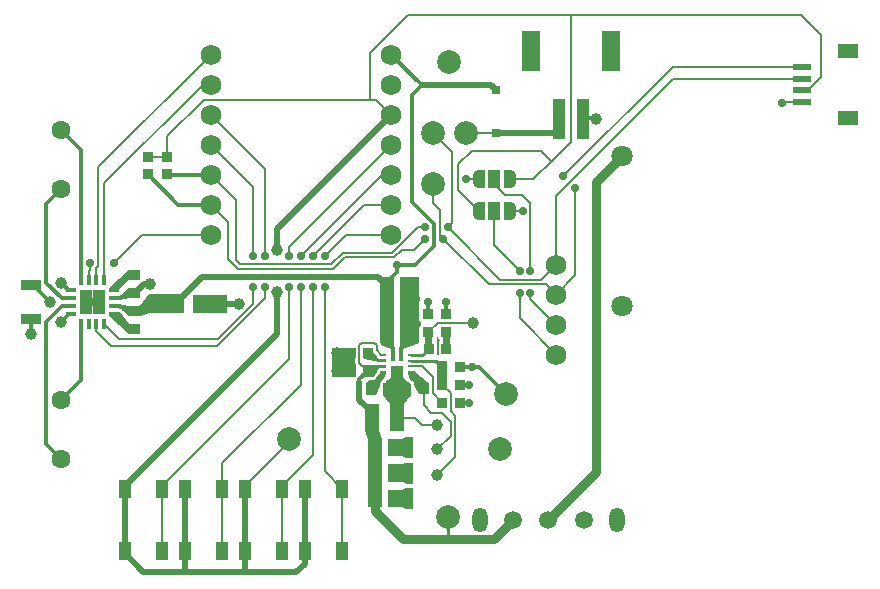
<source format=gbr>
%TF.GenerationSoftware,KiCad,Pcbnew,7.0.8*%
%TF.CreationDate,2023-11-01T10:57:13-04:00*%
%TF.ProjectId,destinationAutomation_v4.5,64657374-696e-4617-9469-6f6e4175746f,04.5*%
%TF.SameCoordinates,Original*%
%TF.FileFunction,Copper,L1,Top*%
%TF.FilePolarity,Positive*%
%FSLAX46Y46*%
G04 Gerber Fmt 4.6, Leading zero omitted, Abs format (unit mm)*
G04 Created by KiCad (PCBNEW 7.0.8) date 2023-11-01 10:57:13*
%MOMM*%
%LPD*%
G01*
G04 APERTURE LIST*
G04 Aperture macros list*
%AMFreePoly0*
4,1,19,0.550000,-0.750000,0.000000,-0.750000,0.000000,-0.744911,-0.071157,-0.744911,-0.207708,-0.704816,-0.327430,-0.627875,-0.420627,-0.520320,-0.479746,-0.390866,-0.500000,-0.250000,-0.500000,0.250000,-0.479746,0.390866,-0.420627,0.520320,-0.327430,0.627875,-0.207708,0.704816,-0.071157,0.744911,0.000000,0.744911,0.000000,0.750000,0.550000,0.750000,0.550000,-0.750000,0.550000,-0.750000,
$1*%
%AMFreePoly1*
4,1,19,0.000000,0.744911,0.071157,0.744911,0.207708,0.704816,0.327430,0.627875,0.420627,0.520320,0.479746,0.390866,0.500000,0.250000,0.500000,-0.250000,0.479746,-0.390866,0.420627,-0.520320,0.327430,-0.627875,0.207708,-0.704816,0.071157,-0.744911,0.000000,-0.744911,0.000000,-0.750000,-0.550000,-0.750000,-0.550000,0.750000,0.000000,0.750000,0.000000,0.744911,0.000000,0.744911,
$1*%
%AMFreePoly2*
4,1,9,-0.250000,0.372500,0.250000,0.372500,0.250000,0.750000,0.500000,0.750000,0.500000,-0.250000,-0.500000,-0.250000,-0.500000,0.750000,-0.250000,0.750000,-0.250000,0.372500,-0.250000,0.372500,$1*%
G04 Aperture macros list end*
%TA.AperFunction,SMDPad,CuDef*%
%ADD10R,1.000000X1.550000*%
%TD*%
%TA.AperFunction,SMDPad,CuDef*%
%ADD11R,0.820000X0.929000*%
%TD*%
%TA.AperFunction,SMDPad,CuDef*%
%ADD12R,0.970000X0.871000*%
%TD*%
%TA.AperFunction,SMDPad,CuDef*%
%ADD13R,0.871000X0.970000*%
%TD*%
%TA.AperFunction,SMDPad,CuDef*%
%ADD14FreePoly0,180.000000*%
%TD*%
%TA.AperFunction,SMDPad,CuDef*%
%ADD15R,1.000000X1.500000*%
%TD*%
%TA.AperFunction,SMDPad,CuDef*%
%ADD16FreePoly1,180.000000*%
%TD*%
%TA.AperFunction,ComponentPad*%
%ADD17C,2.000000*%
%TD*%
%TA.AperFunction,ComponentPad*%
%ADD18O,1.300000X2.100000*%
%TD*%
%TA.AperFunction,ComponentPad*%
%ADD19C,1.500000*%
%TD*%
%TA.AperFunction,SMDPad,CuDef*%
%ADD20R,1.500000X3.400000*%
%TD*%
%TA.AperFunction,SMDPad,CuDef*%
%ADD21R,1.000000X3.500000*%
%TD*%
%TA.AperFunction,SMDPad,CuDef*%
%ADD22C,2.000000*%
%TD*%
%TA.AperFunction,ComponentPad*%
%ADD23C,1.750000*%
%TD*%
%TA.AperFunction,SMDPad,CuDef*%
%ADD24R,1.115000X1.465000*%
%TD*%
%TA.AperFunction,SMDPad,CuDef*%
%ADD25C,1.000000*%
%TD*%
%TA.AperFunction,SMDPad,CuDef*%
%ADD26R,0.790000X0.760000*%
%TD*%
%TA.AperFunction,SMDPad,CuDef*%
%ADD27R,0.929000X0.820000*%
%TD*%
%TA.AperFunction,SMDPad,CuDef*%
%ADD28R,2.914000X1.579000*%
%TD*%
%TA.AperFunction,SMDPad,CuDef*%
%ADD29R,1.800000X1.200000*%
%TD*%
%TA.AperFunction,SMDPad,CuDef*%
%ADD30R,1.550000X0.600000*%
%TD*%
%TA.AperFunction,ComponentPad*%
%ADD31C,1.600000*%
%TD*%
%TA.AperFunction,SMDPad,CuDef*%
%ADD32R,0.550000X0.250000*%
%TD*%
%TA.AperFunction,SMDPad,CuDef*%
%ADD33R,0.350000X1.000000*%
%TD*%
%TA.AperFunction,SMDPad,CuDef*%
%ADD34FreePoly2,180.000000*%
%TD*%
%TA.AperFunction,SMDPad,CuDef*%
%ADD35R,1.700000X0.900000*%
%TD*%
%TA.AperFunction,SMDPad,CuDef*%
%ADD36FreePoly0,0.000000*%
%TD*%
%TA.AperFunction,SMDPad,CuDef*%
%ADD37FreePoly1,0.000000*%
%TD*%
%TA.AperFunction,SMDPad,CuDef*%
%ADD38R,0.906000X0.337000*%
%TD*%
%TA.AperFunction,SMDPad,CuDef*%
%ADD39R,0.337000X0.906000*%
%TD*%
%TA.AperFunction,SMDPad,CuDef*%
%ADD40R,1.050000X1.050000*%
%TD*%
%TA.AperFunction,SMDPad,CuDef*%
%ADD41R,1.185000X2.215000*%
%TD*%
%TA.AperFunction,ComponentPad*%
%ADD42C,1.800000*%
%TD*%
%TA.AperFunction,ViaPad*%
%ADD43C,1.000000*%
%TD*%
%TA.AperFunction,ViaPad*%
%ADD44C,0.700000*%
%TD*%
%TA.AperFunction,Conductor*%
%ADD45C,0.200000*%
%TD*%
%TA.AperFunction,Conductor*%
%ADD46C,0.300000*%
%TD*%
%TA.AperFunction,Conductor*%
%ADD47C,0.750000*%
%TD*%
%TA.AperFunction,Conductor*%
%ADD48C,0.500000*%
%TD*%
%TA.AperFunction,Conductor*%
%ADD49C,0.600000*%
%TD*%
%TA.AperFunction,Conductor*%
%ADD50C,0.250000*%
%TD*%
G04 APERTURE END LIST*
D10*
%TO.P,SW5,1*%
%TO.N,+3V3*%
X110795000Y-129625000D03*
%TO.P,SW5,2*%
X110795000Y-124375000D03*
%TO.P,SW5,3*%
%TO.N,/SW5*%
X113995000Y-129625000D03*
%TO.P,SW5,4*%
X113995000Y-124375000D03*
%TD*%
D11*
%TO.P,R1,1*%
%TO.N,+5V*%
X123945000Y-114046000D03*
%TO.P,R1,2*%
%TO.N,/FB*%
X122435000Y-114046000D03*
%TD*%
%TO.P,R3,1*%
%TO.N,/COMP*%
X121292000Y-112522000D03*
%TO.P,R3,2*%
%TO.N,Net-(C7-Pad1)*%
X122802000Y-112522000D03*
%TD*%
D12*
%TO.P,C12,1*%
%TO.N,+5V*%
X96393000Y-109359000D03*
%TO.P,C12,2*%
%TO.N,Net-(U3-VCP)*%
X96393000Y-110859000D03*
%TD*%
%TO.P,C14,1*%
%TO.N,Net-(U3-VINT)*%
X96393000Y-106311000D03*
%TO.P,C14,2*%
%TO.N,GND*%
X96393000Y-107811000D03*
%TD*%
D13*
%TO.P,C4,1*%
%TO.N,VCC*%
X116193000Y-114427000D03*
%TO.P,C4,2*%
%TO.N,GND*%
X114693000Y-114427000D03*
%TD*%
D14*
%TO.P,JP2,1,A*%
%TO.N,+3V3*%
X128173000Y-98171000D03*
D15*
%TO.P,JP2,2,C*%
%TO.N,/OLED2*%
X126873000Y-98171000D03*
D16*
%TO.P,JP2,3,B*%
%TO.N,GND*%
X125573000Y-98171000D03*
%TD*%
D17*
%TO.P,TP12,1,1*%
%TO.N,GND*%
X127381000Y-121031000D03*
%TD*%
D12*
%TO.P,C7,1*%
%TO.N,Net-(C7-Pad1)*%
X122809000Y-111113000D03*
%TO.P,C7,2*%
%TO.N,GND*%
X122809000Y-109613000D03*
%TD*%
D18*
%TO.P,SW1,*%
%TO.N,*%
X125645000Y-127000000D03*
X137245000Y-127000000D03*
D19*
%TO.P,SW1,1,A*%
%TO.N,VCC*%
X128445000Y-127000000D03*
%TO.P,SW1,2,B*%
%TO.N,Net-(J1-Pin_1)*%
X131445000Y-127000000D03*
%TO.P,SW1,3,C*%
%TO.N,unconnected-(SW1-C-Pad3)*%
X134445000Y-127000000D03*
%TD*%
D13*
%TO.P,C6,1*%
%TO.N,Net-(U2-VCC)*%
X122440000Y-117094000D03*
%TO.P,C6,2*%
%TO.N,GND*%
X123940000Y-117094000D03*
%TD*%
D12*
%TO.P,C8,1*%
%TO.N,/COMP*%
X121285000Y-111113000D03*
%TO.P,C8,2*%
%TO.N,GND*%
X121285000Y-109613000D03*
%TD*%
D20*
%TO.P,J2,*%
%TO.N,*%
X136700000Y-87331000D03*
X130000000Y-87331000D03*
D21*
%TO.P,J2,1,Pin_1*%
%TO.N,GND*%
X134350000Y-93081000D03*
%TO.P,J2,2,Pin_2*%
%TO.N,/Vout_D*%
X132350000Y-93081000D03*
%TD*%
D22*
%TO.P,TP4,1,1*%
%TO.N,/Vout_D*%
X124460000Y-94234000D03*
%TD*%
D23*
%TO.P,U1,1,D0*%
%TO.N,/M1_IN2*%
X102870000Y-87630000D03*
%TO.P,U1,2,D1*%
%TO.N,/M1_IN1*%
X102870000Y-90170000D03*
%TO.P,U1,3,D2*%
%TO.N,/M2_IN1*%
X102870000Y-92710000D03*
%TO.P,U1,4,D3*%
%TO.N,/M2_IN2*%
X102870000Y-95250000D03*
%TO.P,U1,5,SDA*%
%TO.N,/SDA*%
X102870000Y-97790000D03*
%TO.P,U1,6,SCL*%
%TO.N,/SCL*%
X102870000Y-100330000D03*
%TO.P,U1,7,D6*%
%TO.N,/DRV_SLEEP*%
X102870000Y-102870000D03*
%TO.P,U1,8,D7*%
%TO.N,/SW5*%
X118110000Y-102870000D03*
%TO.P,U1,9,SCK*%
%TO.N,/SW4*%
X118110000Y-100330000D03*
%TO.P,U1,10,MISO*%
%TO.N,/SW3*%
X118110000Y-97790000D03*
%TO.P,U1,11,MOSI*%
%TO.N,/SW2*%
X118110000Y-95250000D03*
%TO.P,U1,12,3V3*%
%TO.N,+3V3*%
X118110000Y-92710000D03*
%TO.P,U1,13,GND*%
%TO.N,GND*%
X118110000Y-90170000D03*
%TO.P,U1,14,VIN*%
%TO.N,+5V*%
X118110000Y-87630000D03*
%TD*%
D24*
%TO.P,C9,1*%
%TO.N,+5V*%
X117768000Y-111506000D03*
%TO.P,C9,2*%
%TO.N,GND*%
X119468000Y-111506000D03*
%TD*%
D22*
%TO.P,TP3,1,1*%
%TO.N,+3V3*%
X109474000Y-120142000D03*
%TD*%
D24*
%TO.P,C3,1*%
%TO.N,VCC*%
X116752000Y-125222000D03*
%TO.P,C3,2*%
%TO.N,GND*%
X118452000Y-125222000D03*
%TD*%
D22*
%TO.P,TP6,1,1*%
%TO.N,/SCL*%
X121666000Y-98552000D03*
%TD*%
D11*
%TO.P,R4,1*%
%TO.N,/ILIM*%
X116198000Y-112903000D03*
%TO.P,R4,2*%
%TO.N,GND*%
X114688000Y-112903000D03*
%TD*%
%TO.P,R5,1*%
%TO.N,/SW*%
X119387000Y-115951000D03*
%TO.P,R5,2*%
%TO.N,/FSW*%
X120897000Y-115951000D03*
%TD*%
D25*
%TO.P,TP7,1,1*%
%TO.N,/SW*%
X122047000Y-118999000D03*
%TD*%
%TO.P,TP9,1,1*%
%TO.N,/FB*%
X122047000Y-123190000D03*
%TD*%
D24*
%TO.P,C1,1*%
%TO.N,VCC*%
X116752000Y-120904000D03*
%TO.P,C1,2*%
%TO.N,GND*%
X118452000Y-120904000D03*
%TD*%
D22*
%TO.P,TP5,1,1*%
%TO.N,/SDA*%
X121666000Y-94234000D03*
%TD*%
D26*
%TO.P,D2,1,K*%
%TO.N,/Vout_D*%
X127000000Y-94234000D03*
%TO.P,D2,2,A*%
%TO.N,+5V*%
X127000000Y-90624000D03*
%TD*%
D27*
%TO.P,R7,1*%
%TO.N,+3V3*%
X97536000Y-96273000D03*
%TO.P,R7,2*%
%TO.N,/SCL*%
X97536000Y-97783000D03*
%TD*%
D10*
%TO.P,SW2,1*%
%TO.N,+3V3*%
X95555000Y-129625000D03*
%TO.P,SW2,2*%
X95555000Y-124375000D03*
%TO.P,SW2,3*%
%TO.N,/SW2*%
X98755000Y-129625000D03*
%TO.P,SW2,4*%
X98755000Y-124375000D03*
%TD*%
D28*
%TO.P,C13,1*%
%TO.N,+5V*%
X99116000Y-108712000D03*
%TO.P,C13,2*%
%TO.N,GND*%
X102814000Y-108712000D03*
%TD*%
D25*
%TO.P,TP8,1,1*%
%TO.N,/FSW*%
X122047000Y-121031000D03*
%TD*%
D29*
%TO.P,J3,*%
%TO.N,*%
X156815000Y-92970000D03*
X156815000Y-87370000D03*
D30*
%TO.P,J3,1,Pin_1*%
%TO.N,GND*%
X152940000Y-91670000D03*
%TO.P,J3,2,Pin_2*%
%TO.N,+3V3*%
X152940000Y-90670000D03*
%TO.P,J3,3,Pin_3*%
%TO.N,/SDA*%
X152940000Y-89670000D03*
%TO.P,J3,4,Pin_4*%
%TO.N,/SCL*%
X152940000Y-88670000D03*
%TD*%
D31*
%TO.P,J5,1,Pin_1*%
%TO.N,/M2_OUT1*%
X90170000Y-116880000D03*
%TO.P,J5,2,Pin_2*%
%TO.N,/M2_OUT2*%
X90170000Y-121880000D03*
%TD*%
D22*
%TO.P,TP2,1,1*%
%TO.N,VCC*%
X122936000Y-126746000D03*
%TD*%
D32*
%TO.P,U2,1,FSW*%
%TO.N,/FSW*%
X119793000Y-114542000D03*
%TO.P,U2,2,VCC*%
%TO.N,Net-(U2-VCC)*%
X119793000Y-114042000D03*
%TO.P,U2,3,FB*%
%TO.N,/FB*%
X119793000Y-113542000D03*
%TO.P,U2,4,COMP*%
%TO.N,/COMP*%
X119793000Y-113042000D03*
D33*
%TO.P,U2,5,GND*%
%TO.N,GND*%
X118968000Y-113092000D03*
%TO.P,U2,6,VOUT*%
%TO.N,+5V*%
X118268000Y-113092000D03*
D32*
%TO.P,U2,7,EN*%
%TO.N,VCC*%
X117443000Y-113042000D03*
%TO.P,U2,8,ILIM*%
%TO.N,/ILIM*%
X117443000Y-113542000D03*
%TO.P,U2,9,VIN*%
%TO.N,VCC*%
X117443000Y-114042000D03*
%TO.P,U2,10,BOOT*%
%TO.N,Net-(U2-BOOT)*%
X117443000Y-114542000D03*
D34*
%TO.P,U2,11,SW*%
%TO.N,/SW*%
X118618000Y-114242000D03*
%TD*%
D35*
%TO.P,R6,1*%
%TO.N,Net-(U3-AISEN)*%
X87630000Y-107135000D03*
%TO.P,R6,2*%
%TO.N,GND*%
X87630000Y-110035000D03*
%TD*%
D10*
%TO.P,SW4,1*%
%TO.N,+3V3*%
X105715000Y-129625000D03*
%TO.P,SW4,2*%
X105715000Y-124375000D03*
%TO.P,SW4,3*%
%TO.N,/SW4*%
X108915000Y-129625000D03*
%TO.P,SW4,4*%
X108915000Y-124375000D03*
%TD*%
%TO.P,SW3,1*%
%TO.N,+3V3*%
X100635000Y-129625000D03*
%TO.P,SW3,2*%
X100635000Y-124375000D03*
%TO.P,SW3,3*%
%TO.N,/SW3*%
X103835000Y-129625000D03*
%TO.P,SW3,4*%
X103835000Y-124375000D03*
%TD*%
D22*
%TO.P,TP1,1,1*%
%TO.N,+5V*%
X127889000Y-116332000D03*
%TD*%
D24*
%TO.P,C10,1*%
%TO.N,+5V*%
X117768000Y-109347000D03*
%TO.P,C10,2*%
%TO.N,GND*%
X119468000Y-109347000D03*
%TD*%
D27*
%TO.P,R8,1*%
%TO.N,+3V3*%
X99187000Y-96273000D03*
%TO.P,R8,2*%
%TO.N,/SDA*%
X99187000Y-97783000D03*
%TD*%
D13*
%TO.P,C5,1*%
%TO.N,/SW*%
X117906000Y-115951000D03*
%TO.P,C5,2*%
%TO.N,Net-(U2-BOOT)*%
X116406000Y-115951000D03*
%TD*%
D36*
%TO.P,JP1,1,A*%
%TO.N,+3V3*%
X125573000Y-100838000D03*
D15*
%TO.P,JP1,2,C*%
%TO.N,/OLED1*%
X126873000Y-100838000D03*
D37*
%TO.P,JP1,3,B*%
%TO.N,GND*%
X128173000Y-100838000D03*
%TD*%
D31*
%TO.P,J4,1,Pin_1*%
%TO.N,/M1_OUT1*%
X90170000Y-94020000D03*
%TO.P,J4,2,Pin_2*%
%TO.N,/M1_OUT2*%
X90170000Y-99020000D03*
%TD*%
D24*
%TO.P,C11,1*%
%TO.N,+5V*%
X117768000Y-107188000D03*
%TO.P,C11,2*%
%TO.N,GND*%
X119468000Y-107188000D03*
%TD*%
D23*
%TO.P,U7,1,VCC*%
%TO.N,/OLED1*%
X132080000Y-113030000D03*
%TO.P,U7,2,GND*%
%TO.N,/OLED2*%
X132080000Y-110490000D03*
%TO.P,U7,3,SCL*%
%TO.N,/SCL*%
X132080000Y-107950000D03*
%TO.P,U7,4,SDA*%
%TO.N,/SDA*%
X132080000Y-105410000D03*
%TD*%
D38*
%TO.P,U3,1,AISEN*%
%TO.N,Net-(U3-AISEN)*%
X91005000Y-107610000D03*
%TO.P,U3,2,AOUT2*%
%TO.N,/M1_OUT2*%
X91005000Y-108260000D03*
%TO.P,U3,3,BOUT2*%
%TO.N,/M2_OUT2*%
X91005000Y-108910000D03*
%TO.P,U3,4,BISEN*%
%TO.N,Net-(U3-AISEN)*%
X91005000Y-109560000D03*
D39*
%TO.P,U3,5,BOUT1*%
%TO.N,/M2_OUT1*%
X91862000Y-110417000D03*
%TO.P,U3,6,nFAULT*%
%TO.N,unconnected-(U3-nFAULT-Pad6)*%
X92512000Y-110417000D03*
%TO.P,U3,7,BIN1*%
%TO.N,/M2_IN1*%
X93162000Y-110417000D03*
%TO.P,U3,8,BIN2*%
%TO.N,/M2_IN2*%
X93812000Y-110417000D03*
D38*
%TO.P,U3,9,VCP*%
%TO.N,Net-(U3-VCP)*%
X94669000Y-109560000D03*
%TO.P,U3,10,VM*%
%TO.N,+5V*%
X94669000Y-108910000D03*
%TO.P,U3,11,GND*%
%TO.N,GND*%
X94669000Y-108260000D03*
%TO.P,U3,12,VINT*%
%TO.N,Net-(U3-VINT)*%
X94669000Y-107610000D03*
D39*
%TO.P,U3,13,AIN2*%
%TO.N,/M1_IN1*%
X93812000Y-106753000D03*
%TO.P,U3,14,AIN1*%
%TO.N,/M1_IN2*%
X93162000Y-106753000D03*
%TO.P,U3,15,nSLEEP*%
%TO.N,/DRV_SLEEP*%
X92512000Y-106753000D03*
%TO.P,U3,16,AOUT1*%
%TO.N,/M1_OUT1*%
X91862000Y-106753000D03*
D40*
%TO.P,U3,17,PPAD*%
%TO.N,GND*%
X93362000Y-108060000D03*
X92312000Y-108060000D03*
X93362000Y-109110000D03*
X92312000Y-109110000D03*
%TD*%
D25*
%TO.P,TP10,1,1*%
%TO.N,/COMP*%
X125095000Y-110363000D03*
%TD*%
D17*
%TO.P,TP11,1,1*%
%TO.N,GND*%
X123063000Y-88265000D03*
%TD*%
D24*
%TO.P,C2,1*%
%TO.N,VCC*%
X116752000Y-123063000D03*
%TO.P,C2,2*%
%TO.N,GND*%
X118452000Y-123063000D03*
%TD*%
D11*
%TO.P,R2,1*%
%TO.N,/FB*%
X122435000Y-115570000D03*
%TO.P,R2,2*%
%TO.N,GND*%
X123945000Y-115570000D03*
%TD*%
D41*
%TO.P,L1,1*%
%TO.N,VCC*%
X116488000Y-118364000D03*
%TO.P,L1,2*%
%TO.N,/SW*%
X118618000Y-118364000D03*
%TD*%
D42*
%TO.P,J1,1,Pin_1*%
%TO.N,Net-(J1-Pin_1)*%
X137709000Y-96200000D03*
%TO.P,J1,2,Pin_2*%
%TO.N,GND*%
X137709000Y-108900000D03*
%TD*%
D43*
%TO.N,GND*%
X97726500Y-107061000D03*
X113538000Y-114427000D03*
D44*
X120281700Y-110426500D03*
D43*
X105219500Y-108712000D03*
X113538000Y-112903000D03*
D44*
X93472000Y-107950000D03*
X119634000Y-123571000D03*
X124714000Y-117094000D03*
X120269000Y-108292900D03*
X119634000Y-121412000D03*
X119634000Y-125730000D03*
D43*
X135509000Y-93091000D03*
D44*
X119634000Y-120396000D03*
X122809000Y-108585000D03*
X124714000Y-115570000D03*
X129271500Y-100838000D03*
X92202000Y-109220000D03*
X121285000Y-108585000D03*
D43*
X87630000Y-111252000D03*
D44*
X92202000Y-107950000D03*
X92837000Y-108585000D03*
X124460000Y-98171000D03*
X119634000Y-124714000D03*
X151257000Y-91694000D03*
X93472000Y-109220000D03*
X119634000Y-122555000D03*
%TO.N,+5V*%
X124968000Y-114046000D03*
X118642629Y-105411421D03*
D43*
%TO.N,+3V3*%
X108457765Y-104140000D03*
X108458000Y-107696000D03*
D44*
%TO.N,/OLED1*%
X129021497Y-107823000D03*
X129021497Y-105918000D03*
%TO.N,/OLED2*%
X129921000Y-105918000D03*
X129921000Y-107823000D03*
%TO.N,/SW2*%
X109474000Y-104648000D03*
X109474000Y-107315000D03*
%TO.N,/SW4*%
X111506000Y-104648000D03*
X111506000Y-107315000D03*
D43*
%TO.N,Net-(U3-AISEN)*%
X90170000Y-106934000D03*
X90170000Y-110236000D03*
X89281000Y-108585000D03*
D44*
%TO.N,/M2_IN1*%
X107442000Y-104648000D03*
X107442000Y-107315000D03*
%TO.N,/M2_IN2*%
X106426000Y-107315000D03*
X106426000Y-104648000D03*
%TO.N,/DRV_SLEEP*%
X94640400Y-105283000D03*
X92659200Y-105283000D03*
%TO.N,/SW3*%
X110490000Y-104648000D03*
X110490000Y-107315000D03*
%TO.N,/SW5*%
X112522000Y-107315000D03*
X112522000Y-104648000D03*
%TO.N,/SDA*%
X122936000Y-102235000D03*
X121031000Y-102235000D03*
%TO.N,/SCL*%
X132715000Y-97917000D03*
X133731000Y-98933000D03*
X121031000Y-103251000D03*
X122555000Y-103251000D03*
%TD*%
D45*
%TO.N,VCC*%
X116910500Y-112211500D02*
X116713000Y-112014000D01*
X115688000Y-112014000D02*
X115440000Y-112262000D01*
X117270000Y-113042000D02*
X116910500Y-112682500D01*
D46*
X115443000Y-115127000D02*
X115443000Y-115362000D01*
D45*
X116713000Y-112014000D02*
X115688000Y-112014000D01*
D47*
X119098717Y-128623717D02*
X122936000Y-128623717D01*
D48*
X115443000Y-116840000D02*
X116488000Y-117885000D01*
D49*
X116488000Y-118364000D02*
X116488000Y-117885000D01*
D45*
X117443000Y-113042000D02*
X117270000Y-113042000D01*
D48*
X115443000Y-115362000D02*
X115443000Y-116840000D01*
D46*
X115443000Y-115127000D02*
X116143000Y-114427000D01*
D47*
X116752000Y-126277000D02*
X119098717Y-128623717D01*
D50*
X122936000Y-126746000D02*
X122936000Y-128623717D01*
D45*
X115440000Y-113724000D02*
X116143000Y-114427000D01*
D47*
X116752000Y-125222000D02*
X116752000Y-126277000D01*
X122936000Y-128623717D02*
X126821283Y-128623717D01*
X126821283Y-128623717D02*
X128445000Y-127000000D01*
D45*
X115440000Y-112262000D02*
X115440000Y-113724000D01*
X116910500Y-112682500D02*
X116910500Y-112211500D01*
D46*
%TO.N,GND*%
X135438000Y-93020000D02*
X134350000Y-93020000D01*
D48*
X97726500Y-107061000D02*
X97220000Y-107061000D01*
D46*
X87630000Y-111252000D02*
X87630000Y-110035000D01*
D45*
X152940000Y-91670000D02*
X151281000Y-91670000D01*
D50*
X123763000Y-117094000D02*
X124714000Y-117094000D01*
D48*
X102814000Y-108712000D02*
X105219500Y-108712000D01*
X97220000Y-107061000D02*
X96393000Y-107888000D01*
D45*
X151281000Y-91670000D02*
X151257000Y-91694000D01*
D46*
X122809000Y-109663000D02*
X122809000Y-108585000D01*
D45*
X128173000Y-100838000D02*
X129271500Y-100838000D01*
X125573000Y-98171000D02*
X124460000Y-98171000D01*
D50*
X123813000Y-115570000D02*
X124714000Y-115570000D01*
D46*
X135509000Y-93091000D02*
X135438000Y-93020000D01*
X121285000Y-109663000D02*
X121285000Y-108585000D01*
%TO.N,+5V*%
X119888000Y-91033600D02*
X120700800Y-90220800D01*
X125603000Y-114046000D02*
X127889000Y-116332000D01*
X118642629Y-105411421D02*
X118644050Y-105410000D01*
X119888000Y-100102050D02*
X119888000Y-91033600D01*
X118642629Y-106020371D02*
X117768000Y-106895000D01*
D48*
X120700800Y-90220800D02*
X126596800Y-90220800D01*
D46*
X99758500Y-108712000D02*
X99116000Y-108712000D01*
X121731000Y-103821000D02*
X121731000Y-101945050D01*
X117768000Y-106895000D02*
X117768000Y-107188000D01*
X124968000Y-114046000D02*
X123945000Y-114046000D01*
D48*
X117006000Y-106426000D02*
X117768000Y-107188000D01*
X99116000Y-108712000D02*
X99822000Y-108712000D01*
X102108000Y-106426000D02*
X117006000Y-106426000D01*
X126596800Y-90220800D02*
X127000000Y-90624000D01*
D46*
X120142000Y-105410000D02*
X121731000Y-103821000D01*
X121731000Y-101945050D02*
X119888000Y-100102050D01*
X118642629Y-105411421D02*
X118642629Y-106020371D01*
X124968000Y-114046000D02*
X125603000Y-114046000D01*
X118110000Y-87630000D02*
X120700800Y-90220800D01*
X118644050Y-105410000D02*
X120142000Y-105410000D01*
D48*
X99822000Y-108712000D02*
X102108000Y-106426000D01*
%TO.N,+3V3*%
X97155000Y-131445000D02*
X100584000Y-131445000D01*
D45*
X99187000Y-94541299D02*
X102288299Y-91440000D01*
X133223000Y-84279000D02*
X119556000Y-84279000D01*
D48*
X110795000Y-130759000D02*
X110795000Y-129625000D01*
X100635000Y-124375000D02*
X100635000Y-129625000D01*
D45*
X116332000Y-91440000D02*
X116840000Y-91440000D01*
X153451198Y-90670000D02*
X154559000Y-89562198D01*
D48*
X100635000Y-129625000D02*
X100635000Y-131394000D01*
X110795000Y-124375000D02*
X110795000Y-129625000D01*
D45*
X102288299Y-91440000D02*
X116332000Y-91440000D01*
X116840000Y-91440000D02*
X118110000Y-92710000D01*
D48*
X108457765Y-104140000D02*
X108457765Y-102362235D01*
D45*
X131826000Y-96520000D02*
X130175000Y-98171000D01*
D48*
X108458000Y-107696000D02*
X108458000Y-111252000D01*
D45*
X152940000Y-90670000D02*
X153451198Y-90670000D01*
X131826000Y-96520000D02*
X133350000Y-94996000D01*
X109474000Y-120142000D02*
X109474000Y-120396000D01*
D48*
X95555000Y-129625000D02*
X95555000Y-129845000D01*
X105715000Y-124375000D02*
X105715000Y-129625000D01*
D45*
X119556000Y-84279000D02*
X116332000Y-87503000D01*
D48*
X105715000Y-131369000D02*
X105791000Y-131445000D01*
D45*
X125573000Y-100838000D02*
X123810000Y-99075000D01*
D48*
X105715000Y-129625000D02*
X105715000Y-131369000D01*
X95555000Y-129845000D02*
X97155000Y-131445000D01*
D45*
X154559000Y-85979000D02*
X152859000Y-84279000D01*
X130810000Y-95758000D02*
X131699000Y-96647000D01*
X105715000Y-124155000D02*
X105715000Y-124375000D01*
X154559000Y-89562198D02*
X154559000Y-85979000D01*
X99187000Y-96278000D02*
X99187000Y-94541299D01*
D48*
X95555000Y-124375000D02*
X95555000Y-129625000D01*
D45*
X123810000Y-96916000D02*
X124968000Y-95758000D01*
X116332000Y-87503000D02*
X116332000Y-91440000D01*
X123810000Y-99075000D02*
X123810000Y-96916000D01*
X124968000Y-95758000D02*
X130810000Y-95758000D01*
X133350000Y-84406000D02*
X133223000Y-84279000D01*
X152859000Y-84279000D02*
X133223000Y-84279000D01*
D48*
X108458000Y-111252000D02*
X95555000Y-124155000D01*
X105791000Y-131445000D02*
X110109000Y-131445000D01*
X100635000Y-131394000D02*
X100584000Y-131445000D01*
X100584000Y-131445000D02*
X105791000Y-131445000D01*
D45*
X130175000Y-98171000D02*
X128173000Y-98171000D01*
D48*
X108457765Y-102362235D02*
X118110000Y-92710000D01*
X95555000Y-124155000D02*
X95555000Y-124375000D01*
D45*
X133350000Y-94996000D02*
X133350000Y-84406000D01*
D48*
X110109000Y-131445000D02*
X110795000Y-130759000D01*
D45*
X109474000Y-120396000D02*
X105715000Y-124155000D01*
X97536000Y-96278000D02*
X99187000Y-96278000D01*
%TO.N,/OLED1*%
X129021497Y-105918000D02*
X126873000Y-103769503D01*
X129021497Y-107823000D02*
X129021497Y-109971497D01*
X129021497Y-109971497D02*
X132080000Y-113030000D01*
X126873000Y-103769503D02*
X126873000Y-100838000D01*
%TO.N,/OLED2*%
X129921000Y-108331000D02*
X132080000Y-110490000D01*
X129921000Y-100241100D02*
X129184400Y-99504500D01*
X127782236Y-99504500D02*
X126873000Y-98595264D01*
X129921000Y-105918000D02*
X129921000Y-100241100D01*
X129921000Y-107823000D02*
X129921000Y-108331000D01*
X126873000Y-98595264D02*
X126873000Y-97917000D01*
X129184400Y-99504500D02*
X127782236Y-99504500D01*
%TO.N,/SW*%
X120777000Y-118999000D02*
X120142000Y-118364000D01*
X120142000Y-118364000D02*
X118618000Y-118364000D01*
X122047000Y-118999000D02*
X120777000Y-118999000D01*
D50*
%TO.N,/COMP*%
X119793000Y-113042000D02*
X120777000Y-113042000D01*
D49*
X121285000Y-111063000D02*
X121285000Y-112510000D01*
D45*
X121369000Y-111063000D02*
X121285000Y-111063000D01*
D50*
X120777000Y-113042000D02*
X121297000Y-112522000D01*
D45*
X122069000Y-110363000D02*
X121369000Y-111063000D01*
D49*
X121285000Y-112510000D02*
X121297000Y-112522000D01*
D45*
X125095000Y-110363000D02*
X122069000Y-110363000D01*
D49*
%TO.N,Net-(C7-Pad1)*%
X122809000Y-111063000D02*
X122809000Y-112510000D01*
X122809000Y-112510000D02*
X122797000Y-112522000D01*
D45*
%TO.N,/FB*%
X123571000Y-121666000D02*
X123571000Y-118237000D01*
X123175500Y-116310500D02*
X122435000Y-115570000D01*
D50*
X121931000Y-113542000D02*
X122435000Y-114046000D01*
D45*
X122047000Y-123190000D02*
X123571000Y-121666000D01*
D50*
X119793000Y-113542000D02*
X121931000Y-113542000D01*
D45*
X123571000Y-118237000D02*
X123175500Y-117841500D01*
X123175500Y-117841500D02*
X123175500Y-116310500D01*
D47*
%TO.N,Net-(J1-Pin_1)*%
X137709000Y-96200000D02*
X135509000Y-98400000D01*
X135509000Y-122936000D02*
X131445000Y-127000000D01*
X135509000Y-98400000D02*
X135509000Y-122936000D01*
D48*
%TO.N,/Vout_D*%
X127000000Y-94234000D02*
X132086000Y-94234000D01*
D45*
X124460000Y-94234000D02*
X127000000Y-94234000D01*
D48*
X132086000Y-94234000D02*
X132350000Y-93970000D01*
D45*
%TO.N,/SW2*%
X98755000Y-124130000D02*
X109474000Y-113411000D01*
X109474000Y-103886000D02*
X118110000Y-95250000D01*
X109474000Y-104648000D02*
X109474000Y-103886000D01*
X98755000Y-124375000D02*
X98755000Y-124130000D01*
X109474000Y-113411000D02*
X109474000Y-107315000D01*
X98755000Y-129625000D02*
X98755000Y-124375000D01*
%TO.N,/SW4*%
X108915000Y-124375000D02*
X108915000Y-129625000D01*
X115824000Y-100330000D02*
X118110000Y-100330000D01*
X111506000Y-104648000D02*
X115824000Y-100330000D01*
X111506000Y-121539000D02*
X108915000Y-124130000D01*
X111506000Y-107315000D02*
X111506000Y-121539000D01*
X108915000Y-124130000D02*
X108915000Y-124375000D01*
D46*
%TO.N,/M2_OUT1*%
X91862000Y-115188000D02*
X90170000Y-116880000D01*
X91862000Y-110417000D02*
X91862000Y-115188000D01*
%TO.N,/M2_OUT2*%
X88920000Y-120630000D02*
X90170000Y-121880000D01*
X90252000Y-108910000D02*
X88920000Y-110242000D01*
X91005000Y-108910000D02*
X90252000Y-108910000D01*
X88920000Y-110242000D02*
X88920000Y-120630000D01*
%TO.N,/M1_OUT1*%
X91862000Y-106753000D02*
X91862000Y-95712000D01*
X91862000Y-95712000D02*
X90170000Y-94020000D01*
%TO.N,/M1_OUT2*%
X88900000Y-100290000D02*
X90170000Y-99020000D01*
X90216250Y-108260000D02*
X88900000Y-106943750D01*
X91005000Y-108260000D02*
X90216250Y-108260000D01*
X88900000Y-106943750D02*
X88900000Y-100290000D01*
D45*
%TO.N,/FSW*%
X120892000Y-117336000D02*
X120892000Y-115951000D01*
X122047000Y-121031000D02*
X123171000Y-119907000D01*
X123171000Y-118726000D02*
X122428000Y-117983000D01*
X121539000Y-117983000D02*
X120892000Y-117336000D01*
X123171000Y-119907000D02*
X123171000Y-118726000D01*
X122428000Y-117983000D02*
X121539000Y-117983000D01*
%TO.N,Net-(U2-VCC)*%
X121666000Y-114935000D02*
X121666000Y-116320000D01*
X121666000Y-116320000D02*
X122440000Y-117094000D01*
X120773000Y-114042000D02*
X121666000Y-114935000D01*
X119793000Y-114042000D02*
X120773000Y-114042000D01*
D46*
%TO.N,Net-(U3-AISEN)*%
X91005000Y-107610000D02*
X90846000Y-107610000D01*
X90846000Y-107610000D02*
X90170000Y-106934000D01*
X87831000Y-107135000D02*
X87630000Y-107135000D01*
X91005000Y-109560000D02*
X90846000Y-109560000D01*
X90846000Y-109560000D02*
X90170000Y-110236000D01*
X89281000Y-108585000D02*
X87831000Y-107135000D01*
D45*
%TO.N,/M2_IN1*%
X93162000Y-111070000D02*
X94422000Y-112330000D01*
X94422000Y-112330000D02*
X103373685Y-112330000D01*
X93162000Y-110417000D02*
X93162000Y-111070000D01*
X103373685Y-112330000D02*
X107442000Y-108261685D01*
X107442000Y-108261685D02*
X107442000Y-107315000D01*
X107442000Y-104648000D02*
X107442000Y-97282000D01*
X107442000Y-97282000D02*
X102870000Y-92710000D01*
%TO.N,/M2_IN2*%
X106426000Y-108712000D02*
X106426000Y-107315000D01*
X106426000Y-98806000D02*
X102870000Y-95250000D01*
X103438000Y-111700000D02*
X106426000Y-108712000D01*
X106426000Y-104648000D02*
X106426000Y-98806000D01*
X93812000Y-110417000D02*
X95095000Y-111700000D01*
X95095000Y-111700000D02*
X103438000Y-111700000D01*
%TO.N,/M1_IN1*%
X102164500Y-90170000D02*
X102870000Y-90170000D01*
X93812000Y-98522500D02*
X102164500Y-90170000D01*
X93812000Y-106753000D02*
X93812000Y-98522500D01*
%TO.N,/M1_IN2*%
X93162000Y-105699439D02*
X93309200Y-105552239D01*
X93162000Y-106753000D02*
X93162000Y-105699439D01*
X93309200Y-97190800D02*
X102870000Y-87630000D01*
X93309200Y-105552239D02*
X93309200Y-97190800D01*
%TO.N,/DRV_SLEEP*%
X94640400Y-105283000D02*
X97053400Y-102870000D01*
X97053400Y-102870000D02*
X102870000Y-102870000D01*
X92512000Y-105989000D02*
X92512000Y-106753000D01*
X92659200Y-105283000D02*
X92659200Y-105841800D01*
X92659200Y-105841800D02*
X92512000Y-105989000D01*
%TO.N,/SW3*%
X103835000Y-122225000D02*
X110490000Y-115570000D01*
X103835000Y-124375000D02*
X103835000Y-129625000D01*
X110490000Y-115570000D02*
X110490000Y-107315000D01*
X117348000Y-97790000D02*
X118110000Y-97790000D01*
X110490000Y-104648000D02*
X117348000Y-97790000D01*
X103835000Y-124375000D02*
X103835000Y-122225000D01*
%TO.N,/SW5*%
X112522000Y-122902000D02*
X112522000Y-107315000D01*
X114300000Y-102870000D02*
X118110000Y-102870000D01*
X113995000Y-124375000D02*
X112522000Y-122902000D01*
X113995000Y-124375000D02*
X113995000Y-129625000D01*
X112522000Y-104648000D02*
X114300000Y-102870000D01*
%TO.N,/SDA*%
X114030000Y-104410000D02*
X118231701Y-104410000D01*
X141978000Y-89670000D02*
X152940000Y-89670000D01*
X105359200Y-105384600D02*
X113055400Y-105384600D01*
X118231701Y-104410000D02*
X120406701Y-102235000D01*
X132080000Y-105410000D02*
X132080000Y-99568000D01*
X122936000Y-102235000D02*
X123317000Y-101854000D01*
X127381000Y-106680000D02*
X130810000Y-106680000D01*
X122936000Y-102235000D02*
X127381000Y-106680000D01*
X102870000Y-97790000D02*
X105029000Y-99949000D01*
X132080000Y-99568000D02*
X141978000Y-89670000D01*
X105029000Y-99949000D02*
X105029000Y-105054400D01*
X130810000Y-106680000D02*
X132080000Y-105410000D01*
X120406701Y-102235000D02*
X121031000Y-102235000D01*
X123317000Y-101854000D02*
X123317000Y-95885000D01*
D46*
X99187000Y-97778000D02*
X99199000Y-97790000D01*
X99199000Y-97790000D02*
X102870000Y-97790000D01*
D45*
X105029000Y-105054400D02*
X105359200Y-105384600D01*
X113055400Y-105384600D02*
X114030000Y-104410000D01*
X123317000Y-95885000D02*
X121666000Y-94234000D01*
%TO.N,/SCL*%
X114195685Y-104810000D02*
X113221085Y-105784600D01*
X122555000Y-103251000D02*
X122286000Y-102982000D01*
X121029000Y-103251000D02*
X120090000Y-104190000D01*
X141962000Y-88670000D02*
X152940000Y-88670000D01*
X113221085Y-105784600D02*
X105193514Y-105784600D01*
X121666000Y-100203000D02*
X121666000Y-98552000D01*
X118397386Y-104810000D02*
X114195685Y-104810000D01*
X122555000Y-103251000D02*
X126384000Y-107080000D01*
D46*
X100088000Y-100330000D02*
X97536000Y-97778000D01*
D45*
X122286000Y-100823000D02*
X121666000Y-100203000D01*
X105193514Y-105784600D02*
X104330500Y-104921586D01*
X121031000Y-103251000D02*
X121029000Y-103251000D01*
X132715000Y-97917000D02*
X141962000Y-88670000D01*
X122286000Y-102982000D02*
X122286000Y-100823000D01*
D46*
X102870000Y-100330000D02*
X100088000Y-100330000D01*
D45*
X104330500Y-101790500D02*
X102870000Y-100330000D01*
X131210000Y-107080000D02*
X132080000Y-107950000D01*
X133731000Y-106299000D02*
X132080000Y-107950000D01*
X133731000Y-98933000D02*
X133731000Y-106299000D01*
X104330500Y-104921586D02*
X104330500Y-101790500D01*
X120090000Y-104190000D02*
X119017387Y-104190000D01*
X119017387Y-104190000D02*
X118397386Y-104810000D01*
X126384000Y-107080000D02*
X131210000Y-107080000D01*
%TD*%
%TA.AperFunction,Conductor*%
%TO.N,Net-(U3-VINT)*%
G36*
X96874632Y-105878868D02*
G01*
X96878000Y-105887000D01*
X96878000Y-106689835D01*
X96874632Y-106697967D01*
X96874031Y-106698526D01*
X96837857Y-106729871D01*
X96837853Y-106729875D01*
X96830564Y-106741218D01*
X96823334Y-106746237D01*
X96820890Y-106746500D01*
X95908000Y-106746500D01*
X95122000Y-107441499D01*
X95122000Y-107767000D01*
X95118632Y-107775132D01*
X95110500Y-107778500D01*
X94227500Y-107778500D01*
X94219368Y-107775132D01*
X94216000Y-107767000D01*
X94216000Y-107446525D01*
X94219368Y-107438393D01*
X94219668Y-107438105D01*
X95904694Y-105878560D01*
X95912505Y-105875500D01*
X96866500Y-105875500D01*
X96874632Y-105878868D01*
G37*
%TD.AperFunction*%
%TD*%
%TA.AperFunction,Conductor*%
%TO.N,Net-(U2-BOOT)*%
G36*
X117714632Y-114425368D02*
G01*
X117718000Y-114433500D01*
X117718000Y-114664307D01*
X117716804Y-114669413D01*
X117448785Y-115210341D01*
X117442157Y-115216132D01*
X117440725Y-115216514D01*
X117372762Y-115230033D01*
X117372758Y-115230035D01*
X117289900Y-115285397D01*
X117289897Y-115285400D01*
X117234535Y-115368258D01*
X117234533Y-115368262D01*
X117220000Y-115441327D01*
X117220000Y-115669397D01*
X117218804Y-115674503D01*
X116844668Y-116429606D01*
X116838040Y-116435397D01*
X116834364Y-116436000D01*
X115982000Y-116436000D01*
X115973868Y-116432632D01*
X115970500Y-116424500D01*
X115970500Y-115471214D01*
X115973868Y-115463082D01*
X115974422Y-115462564D01*
X115998666Y-115441327D01*
X116089431Y-115361816D01*
X116308004Y-115170350D01*
X116315582Y-115167500D01*
X116627681Y-115167500D01*
X116637778Y-115167101D01*
X116644631Y-115166557D01*
X116664826Y-115164145D01*
X116687032Y-115155910D01*
X116688772Y-115155418D01*
X116726240Y-115147966D01*
X116747279Y-115133906D01*
X116749672Y-115132686D01*
X116758296Y-115129489D01*
X116758295Y-115129489D01*
X116758299Y-115129488D01*
X116765796Y-115124877D01*
X116778017Y-115113543D01*
X116779446Y-115112415D01*
X116809101Y-115092601D01*
X116822196Y-115073000D01*
X116823934Y-115070960D01*
X116838881Y-115057101D01*
X117122252Y-114665791D01*
X117158368Y-114594707D01*
X117160554Y-114587962D01*
X117173000Y-114509190D01*
X117173000Y-114433500D01*
X117176368Y-114425368D01*
X117184500Y-114422000D01*
X117706500Y-114422000D01*
X117714632Y-114425368D01*
G37*
%TD.AperFunction*%
%TD*%
%TA.AperFunction,Conductor*%
%TO.N,/ILIM*%
G36*
X116556632Y-112441868D02*
G01*
X116560000Y-112450000D01*
X116560000Y-112644957D01*
X116559755Y-112647317D01*
X116555456Y-112667814D01*
X116559956Y-112703906D01*
X116560000Y-112704618D01*
X116560000Y-112711538D01*
X116563587Y-112733040D01*
X116569926Y-112783891D01*
X116572451Y-112789057D01*
X116573461Y-112792211D01*
X116574196Y-112796613D01*
X116574408Y-112797881D01*
X116598795Y-112842944D01*
X116621302Y-112888984D01*
X116621303Y-112888985D01*
X116625365Y-112893047D01*
X116627346Y-112895704D01*
X116630080Y-112900755D01*
X116630082Y-112900758D01*
X116667776Y-112935458D01*
X116914132Y-113181813D01*
X116917500Y-113189945D01*
X116917500Y-113191674D01*
X116932034Y-113264740D01*
X116932035Y-113264741D01*
X116987397Y-113347599D01*
X116987399Y-113347601D01*
X117070260Y-113402966D01*
X117143326Y-113417500D01*
X117143328Y-113417500D01*
X117706500Y-113417500D01*
X117714632Y-113420868D01*
X117718000Y-113429000D01*
X117718000Y-113655000D01*
X117714632Y-113663132D01*
X117706500Y-113666500D01*
X117166928Y-113666500D01*
X117164489Y-113666238D01*
X115799561Y-113370008D01*
X115792329Y-113364992D01*
X115790500Y-113358770D01*
X115790500Y-112450000D01*
X115793868Y-112441868D01*
X115802000Y-112438500D01*
X116548500Y-112438500D01*
X116556632Y-112441868D01*
G37*
%TD.AperFunction*%
%TD*%
%TA.AperFunction,Conductor*%
%TO.N,/FB*%
G36*
X122845000Y-116023000D02*
G01*
X122841632Y-116031132D01*
X122833500Y-116034500D01*
X122036500Y-116034500D01*
X122028368Y-116031132D01*
X122025000Y-116023000D01*
X122025000Y-113581500D01*
X122845000Y-113581500D01*
X122845000Y-116023000D01*
G37*
%TD.AperFunction*%
%TD*%
%TA.AperFunction,Conductor*%
%TO.N,+5V*%
G36*
X100569632Y-107925868D02*
G01*
X100573000Y-107934000D01*
X100573000Y-109490000D01*
X100569632Y-109498132D01*
X100561500Y-109501500D01*
X97659000Y-109501500D01*
X97658999Y-109501500D01*
X97658994Y-109501501D01*
X96879954Y-109793767D01*
X96875915Y-109794500D01*
X95912452Y-109794500D01*
X95904708Y-109791501D01*
X95393107Y-109325463D01*
X95391705Y-109323933D01*
X95326115Y-109237815D01*
X95320702Y-109231181D01*
X95316872Y-109226796D01*
X95304716Y-109213791D01*
X95303555Y-109212327D01*
X95302600Y-109210898D01*
X95219741Y-109155535D01*
X95219742Y-109155535D01*
X95219740Y-109155534D01*
X95219738Y-109155533D01*
X95219737Y-109155533D01*
X95206019Y-109152804D01*
X95200519Y-109150026D01*
X95122001Y-109078501D01*
X95122000Y-109078500D01*
X95121998Y-109078500D01*
X94227500Y-109078500D01*
X94219368Y-109075132D01*
X94216000Y-109067000D01*
X94216000Y-108753000D01*
X94219368Y-108744868D01*
X94227500Y-108741500D01*
X95120684Y-108741500D01*
X95123278Y-108741796D01*
X95908000Y-108923500D01*
X96878000Y-108923500D01*
X97655547Y-107926926D01*
X97663205Y-107922587D01*
X97664614Y-107922500D01*
X100561500Y-107922500D01*
X100569632Y-107925868D01*
G37*
%TD.AperFunction*%
%TD*%
%TA.AperFunction,Conductor*%
%TO.N,GND*%
G36*
X115086132Y-112441868D02*
G01*
X115089500Y-112450000D01*
X115089500Y-113686457D01*
X115089255Y-113688817D01*
X115084956Y-113709314D01*
X115089456Y-113745406D01*
X115089500Y-113746118D01*
X115089500Y-113753038D01*
X115093087Y-113774540D01*
X115099426Y-113825391D01*
X115101951Y-113830557D01*
X115102961Y-113833711D01*
X115103696Y-113838113D01*
X115103908Y-113839381D01*
X115118613Y-113866553D01*
X115123901Y-113876325D01*
X115125271Y-113881188D01*
X115128492Y-113941851D01*
X115128500Y-113942155D01*
X115128500Y-114870344D01*
X115125132Y-114878476D01*
X115114950Y-114888657D01*
X115111394Y-114895635D01*
X115106254Y-114905722D01*
X115099563Y-114911437D01*
X115096009Y-114912000D01*
X114257500Y-114912000D01*
X113111500Y-114912000D01*
X113103368Y-114908632D01*
X113100000Y-114900500D01*
X113100000Y-112453465D01*
X113103368Y-112445333D01*
X113111463Y-112441965D01*
X114278000Y-112438500D01*
X115078000Y-112438500D01*
X115086132Y-112441868D01*
G37*
%TD.AperFunction*%
%TD*%
%TA.AperFunction,Conductor*%
%TO.N,VCC*%
G36*
X117077132Y-117259868D02*
G01*
X117080500Y-117268000D01*
X117080500Y-119471499D01*
X117308930Y-120169757D01*
X117309500Y-120173333D01*
X117309500Y-125943000D01*
X117306132Y-125951132D01*
X117298000Y-125954500D01*
X116206000Y-125954500D01*
X116197868Y-125951132D01*
X116194500Y-125943000D01*
X116194500Y-120171501D01*
X115896424Y-119473663D01*
X115895500Y-119469146D01*
X115895500Y-117268000D01*
X115898868Y-117259868D01*
X115907000Y-117256500D01*
X117069000Y-117256500D01*
X117077132Y-117259868D01*
G37*
%TD.AperFunction*%
%TD*%
%TA.AperFunction,Conductor*%
%TO.N,GND*%
G36*
X120011632Y-124336368D02*
G01*
X120015000Y-124344500D01*
X120015000Y-126099500D01*
X120011632Y-126107632D01*
X120003500Y-126111000D01*
X119382330Y-126111000D01*
X119377855Y-126110094D01*
X119009500Y-125954500D01*
X119009499Y-125954500D01*
X117906000Y-125954500D01*
X117897868Y-125951132D01*
X117894500Y-125943000D01*
X117894500Y-124501000D01*
X117897868Y-124492868D01*
X117906000Y-124489500D01*
X119009498Y-124489500D01*
X119009500Y-124489500D01*
X119377855Y-124333905D01*
X119382330Y-124333000D01*
X120003500Y-124333000D01*
X120011632Y-124336368D01*
G37*
%TD.AperFunction*%
%TD*%
%TA.AperFunction,Conductor*%
%TO.N,GND*%
G36*
X96874632Y-107378868D02*
G01*
X96878000Y-107387000D01*
X96878000Y-108235000D01*
X96874632Y-108243132D01*
X96866500Y-108246500D01*
X95908000Y-108246500D01*
X95200973Y-108410213D01*
X95123278Y-108428204D01*
X95120684Y-108428500D01*
X94227500Y-108428500D01*
X94219368Y-108425132D01*
X94216000Y-108417000D01*
X94216000Y-108103000D01*
X94219368Y-108094868D01*
X94227500Y-108091500D01*
X95121999Y-108091500D01*
X95122000Y-108091500D01*
X95200523Y-108019969D01*
X95206016Y-108017195D01*
X95219740Y-108014466D01*
X95302601Y-107959101D01*
X95356668Y-107878182D01*
X95358467Y-107876091D01*
X95904708Y-107378499D01*
X95912452Y-107375500D01*
X96866500Y-107375500D01*
X96874632Y-107378868D01*
G37*
%TD.AperFunction*%
%TD*%
%TA.AperFunction,Conductor*%
%TO.N,/SW*%
G36*
X119114632Y-113995368D02*
G01*
X119118000Y-114003500D01*
X119118000Y-114992000D01*
X119573553Y-115323769D01*
X119598842Y-115342186D01*
X119602130Y-115345907D01*
X119606689Y-115354133D01*
X119611279Y-115362414D01*
X119613048Y-115365316D01*
X119614515Y-115367723D01*
X119620243Y-115376697D01*
X119620244Y-115376698D01*
X119620245Y-115376699D01*
X119690735Y-115447193D01*
X119698053Y-115452083D01*
X119698058Y-115452086D01*
X119784902Y-115488058D01*
X119791125Y-115494281D01*
X119792000Y-115498682D01*
X119792000Y-115619476D01*
X119796954Y-115658427D01*
X119797000Y-115659153D01*
X119797000Y-116411885D01*
X119794933Y-116418463D01*
X119210500Y-117256500D01*
X119210500Y-119460000D01*
X119207132Y-119468132D01*
X119199000Y-119471500D01*
X118037000Y-119471500D01*
X118028868Y-119468132D01*
X118025500Y-119460000D01*
X118025500Y-117256498D01*
X117472475Y-116438919D01*
X117470500Y-116432476D01*
X117470500Y-115712999D01*
X117470538Y-115712339D01*
X117475500Y-115669396D01*
X117475500Y-115479539D01*
X117478868Y-115471407D01*
X117484755Y-115468261D01*
X117494606Y-115466302D01*
X117502610Y-115464440D01*
X117508012Y-115462999D01*
X117513286Y-115461407D01*
X117523838Y-115458224D01*
X117610265Y-115408538D01*
X117616893Y-115402747D01*
X117677724Y-115323775D01*
X117683843Y-115311423D01*
X117687349Y-115307256D01*
X118118000Y-114992000D01*
X118118000Y-114003500D01*
X118121368Y-113995368D01*
X118129500Y-113992000D01*
X119106500Y-113992000D01*
X119114632Y-113995368D01*
G37*
%TD.AperFunction*%
%TD*%
%TA.AperFunction,Conductor*%
%TO.N,GND*%
G36*
X120519564Y-106454797D02*
G01*
X120523000Y-106462900D01*
X120523000Y-112006572D01*
X120519632Y-112014704D01*
X120516230Y-112017054D01*
X120025500Y-112238500D01*
X119143000Y-112591998D01*
X119143000Y-113580500D01*
X119139632Y-113588632D01*
X119131500Y-113592000D01*
X118804500Y-113592000D01*
X118796368Y-113588632D01*
X118793000Y-113580500D01*
X118793000Y-112593861D01*
X118793587Y-112590234D01*
X118910500Y-112238500D01*
X118910500Y-106467000D01*
X118913868Y-106458868D01*
X118922000Y-106455500D01*
X120025500Y-106455500D01*
X120511406Y-106451495D01*
X120519564Y-106454797D01*
G37*
%TD.AperFunction*%
%TD*%
%TA.AperFunction,Conductor*%
%TO.N,Net-(U3-VCP)*%
G36*
X95124435Y-109394868D02*
G01*
X95125449Y-109396029D01*
X95908000Y-110423500D01*
X96866500Y-110423500D01*
X96874632Y-110426868D01*
X96878000Y-110435000D01*
X96878000Y-111283000D01*
X96874632Y-111291132D01*
X96866500Y-111294500D01*
X95912505Y-111294500D01*
X95904694Y-111291440D01*
X94219689Y-109731914D01*
X94216009Y-109723918D01*
X94216000Y-109723474D01*
X94216000Y-109403000D01*
X94219368Y-109394868D01*
X94227500Y-109391500D01*
X95116303Y-109391500D01*
X95124435Y-109394868D01*
G37*
%TD.AperFunction*%
%TD*%
%TA.AperFunction,Conductor*%
%TO.N,GND*%
G36*
X120011632Y-122177368D02*
G01*
X120015000Y-122185500D01*
X120015000Y-123940500D01*
X120011632Y-123948632D01*
X120003500Y-123952000D01*
X119382330Y-123952000D01*
X119377855Y-123951094D01*
X119009500Y-123795500D01*
X119009499Y-123795500D01*
X117906000Y-123795500D01*
X117897868Y-123792132D01*
X117894500Y-123784000D01*
X117894500Y-122342000D01*
X117897868Y-122333868D01*
X117906000Y-122330500D01*
X119009498Y-122330500D01*
X119009500Y-122330500D01*
X119377855Y-122174905D01*
X119382330Y-122174000D01*
X120003500Y-122174000D01*
X120011632Y-122177368D01*
G37*
%TD.AperFunction*%
%TD*%
%TA.AperFunction,Conductor*%
%TO.N,VCC*%
G36*
X117127717Y-113919110D02*
G01*
X117129963Y-113919473D01*
X117130421Y-113919548D01*
X117146424Y-113921268D01*
X117146431Y-113921268D01*
X117146437Y-113921269D01*
X117154440Y-113921697D01*
X117160087Y-113922000D01*
X117706500Y-113922000D01*
X117714632Y-113925368D01*
X117718000Y-113933500D01*
X117718000Y-114155000D01*
X117714632Y-114163132D01*
X117706500Y-114166500D01*
X117143326Y-114166500D01*
X117114260Y-114172281D01*
X117070262Y-114181033D01*
X117070258Y-114181035D01*
X116987400Y-114236397D01*
X116987397Y-114236400D01*
X116932035Y-114319258D01*
X116932033Y-114319262D01*
X116917500Y-114392327D01*
X116917500Y-114509190D01*
X116915314Y-114515935D01*
X116631943Y-114907245D01*
X116624446Y-114911856D01*
X116622629Y-114912000D01*
X115769000Y-114912000D01*
X115760868Y-114908632D01*
X115757500Y-114900500D01*
X115757500Y-113953500D01*
X115760868Y-113945368D01*
X115769000Y-113942000D01*
X116628503Y-113942000D01*
X116679030Y-113939658D01*
X117125364Y-113918975D01*
X117127717Y-113919110D01*
G37*
%TD.AperFunction*%
%TD*%
%TA.AperFunction,Conductor*%
%TO.N,/FSW*%
G36*
X120071817Y-114420295D02*
G01*
X121193767Y-115388758D01*
X121303014Y-115483059D01*
X121306969Y-115490922D01*
X121307000Y-115491764D01*
X121307000Y-116404000D01*
X121303632Y-116412132D01*
X121295500Y-116415500D01*
X120493775Y-116415500D01*
X120485643Y-116412132D01*
X120483716Y-116409574D01*
X120048941Y-115625049D01*
X120047500Y-115619475D01*
X120047500Y-115461827D01*
X120032966Y-115388762D01*
X120032966Y-115388760D01*
X119977601Y-115305899D01*
X119977599Y-115305897D01*
X119936309Y-115278309D01*
X119894740Y-115250534D01*
X119894738Y-115250533D01*
X119840007Y-115239646D01*
X119832689Y-115234756D01*
X119832199Y-115233952D01*
X119519441Y-114669600D01*
X119518000Y-114664026D01*
X119518000Y-114429000D01*
X119521368Y-114420868D01*
X119529500Y-114417500D01*
X120064303Y-114417500D01*
X120071817Y-114420295D01*
G37*
%TD.AperFunction*%
%TD*%
%TA.AperFunction,Conductor*%
%TO.N,/FB*%
G36*
X122070132Y-111552868D02*
G01*
X122073500Y-111561000D01*
X122073500Y-111573174D01*
X122088034Y-111646240D01*
X122088035Y-111646241D01*
X122143397Y-111729099D01*
X122143399Y-111729101D01*
X122226260Y-111784466D01*
X122249244Y-111789037D01*
X122256562Y-111793927D01*
X122258500Y-111800316D01*
X122258500Y-111839280D01*
X122255132Y-111847412D01*
X122253389Y-111848842D01*
X122211400Y-111876897D01*
X122211397Y-111876900D01*
X122156035Y-111959758D01*
X122156033Y-111959762D01*
X122141500Y-112032827D01*
X122141500Y-113011172D01*
X122151164Y-113059756D01*
X122149447Y-113068389D01*
X122142129Y-113073279D01*
X122139885Y-113073500D01*
X122036500Y-113073500D01*
X122028368Y-113070132D01*
X122025000Y-113062000D01*
X122025000Y-111561000D01*
X122028368Y-111552868D01*
X122036500Y-111549500D01*
X122062000Y-111549500D01*
X122070132Y-111552868D01*
G37*
%TD.AperFunction*%
%TD*%
%TA.AperFunction,Conductor*%
%TO.N,GND*%
G36*
X120011632Y-120018368D02*
G01*
X120015000Y-120026500D01*
X120015000Y-121781500D01*
X120011632Y-121789632D01*
X120003500Y-121793000D01*
X119382330Y-121793000D01*
X119377855Y-121792094D01*
X119009500Y-121636500D01*
X119009499Y-121636500D01*
X117906000Y-121636500D01*
X117897868Y-121633132D01*
X117894500Y-121625000D01*
X117894500Y-120183000D01*
X117897868Y-120174868D01*
X117906000Y-120171500D01*
X119009498Y-120171500D01*
X119009500Y-120171500D01*
X119377855Y-120015905D01*
X119382330Y-120015000D01*
X120003500Y-120015000D01*
X120011632Y-120018368D01*
G37*
%TD.AperFunction*%
%TD*%
%TA.AperFunction,Conductor*%
%TO.N,+5V*%
G36*
X118322132Y-106458868D02*
G01*
X118325500Y-106467000D01*
X118325500Y-112238503D01*
X118442413Y-112590234D01*
X118443000Y-112593861D01*
X118443000Y-113580500D01*
X118439632Y-113588632D01*
X118431500Y-113592000D01*
X118104500Y-113592000D01*
X118096368Y-113588632D01*
X118093000Y-113580500D01*
X118093000Y-112591999D01*
X118092999Y-112591998D01*
X117268224Y-112261621D01*
X117261928Y-112255471D01*
X117261000Y-112250946D01*
X117261000Y-112249037D01*
X117261245Y-112246677D01*
X117265542Y-112226185D01*
X117261044Y-112190098D01*
X117261000Y-112189386D01*
X117261000Y-112182461D01*
X117257410Y-112160949D01*
X117251073Y-112110107D01*
X117248549Y-112104944D01*
X117247537Y-112101785D01*
X117246592Y-112096120D01*
X117246590Y-112096116D01*
X117222204Y-112051055D01*
X117211668Y-112029501D01*
X117210500Y-112024451D01*
X117210500Y-106467000D01*
X117213868Y-106458868D01*
X117222000Y-106455500D01*
X118314000Y-106455500D01*
X118322132Y-106458868D01*
G37*
%TD.AperFunction*%
%TD*%
M02*

</source>
